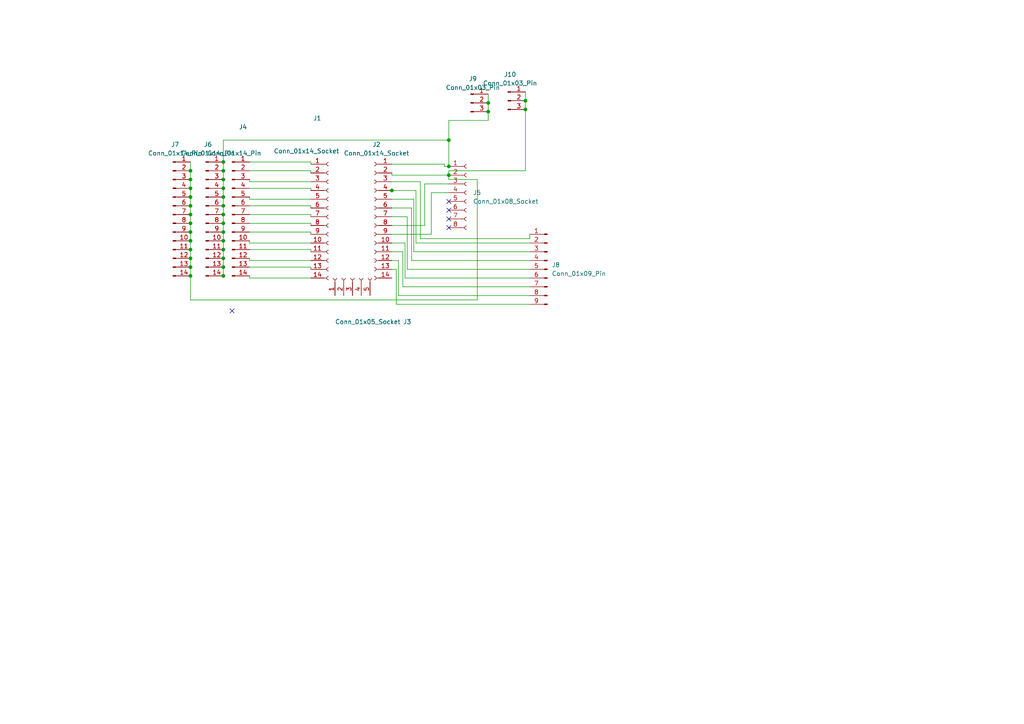
<source format=kicad_sch>
(kicad_sch (version 20250114) (generator "eeschema") (generator_version "9.0")
  (paper "A4")
  (lib_symbols
    (symbol "Connector:Conn_01x03_Pin" (pin_names (offset 1.016) (hide yes))
      (property "Reference" "J" (at 0 5.08 0))
      (property "Value" "Conn_01x03_Pin" (at 0 -5.08 0))
      (symbol "Conn_01x03_Pin_1_1"
        (rectangle (start 0.8636 2.667) (end 0 2.413) (stroke (width 0.1524)) (fill (type outline)))
        (rectangle (start 0.8636 0.127) (end 0 -0.127) (stroke (width 0.1524)) (fill (type outline)))
        (rectangle (start 0.8636 -2.413) (end 0 -2.667) (stroke (width 0.1524)) (fill (type outline)))
        (polyline (pts (xy 1.27 2.54) (xy 0.8636 2.54)) (stroke (width 0.1524)))
        (polyline (pts (xy 1.27 0) (xy 0.8636 0)) (stroke (width 0.1524)))
        (polyline (pts (xy 1.27 -2.54) (xy 0.8636 -2.54)) (stroke (width 0.1524)))
        (pin passive line (at 5.08 2.54 180) (length 3.81) (name "Pin_1") (number "1"))
        (pin passive line (at 5.08 0 180) (length 3.81) (name "Pin_2") (number "2"))
        (pin passive line (at 5.08 -2.54 180) (length 3.81) (name "Pin_3") (number "3"))
      )
    )
    (symbol "Connector:Conn_01x05_Socket" (pin_names (offset 1.016) (hide yes))
      (property "Reference" "J" (at 0 7.62 0))
      (property "Value" "Conn_01x05_Socket" (at 0 -7.62 0))
      (symbol "Conn_01x05_Socket_1_1"
        (polyline (pts (xy -1.27 5.08) (xy -0.508 5.08)) (stroke (width 0.1524)))
        (polyline (pts (xy -1.27 2.54) (xy -0.508 2.54)) (stroke (width 0.1524)))
        (polyline (pts (xy -1.27 0) (xy -0.508 0)) (stroke (width 0.1524)))
        (polyline (pts (xy -1.27 -2.54) (xy -0.508 -2.54)) (stroke (width 0.1524)))
        (polyline (pts (xy -1.27 -5.08) (xy -0.508 -5.08)) (stroke (width 0.1524)))
        (arc (start 0 4.572) (mid -0.5058 5.08) (end 0 5.588) (stroke (width 0.1524)))
        (arc (start 0 2.032) (mid -0.5058 2.54) (end 0 3.048) (stroke (width 0.1524)))
        (arc (start 0 -0.508) (mid -0.5058 0) (end 0 0.508) (stroke (width 0.1524)))
        (arc (start 0 -3.048) (mid -0.5058 -2.54) (end 0 -2.032) (stroke (width 0.1524)))
        (arc (start 0 -5.588) (mid -0.5058 -5.08) (end 0 -4.572) (stroke (width 0.1524)))
        (pin passive line (at -5.08 5.08 0) (length 3.81) (name "Pin_1") (number "1"))
        (pin passive line (at -5.08 2.54 0) (length 3.81) (name "Pin_2") (number "2"))
        (pin passive line (at -5.08 0 0) (length 3.81) (name "Pin_3") (number "3"))
        (pin passive line (at -5.08 -2.54 0) (length 3.81) (name "Pin_4") (number "4"))
        (pin passive line (at -5.08 -5.08 0) (length 3.81) (name "Pin_5") (number "5"))
      )
    )
    (symbol "Connector:Conn_01x08_Socket" (pin_names (offset 1.016) (hide yes))
      (property "Reference" "J" (at 0 10.16 0))
      (property "Value" "Conn_01x08_Socket" (at 0 -12.7 0))
      (symbol "Conn_01x08_Socket_1_1"
        (polyline (pts (xy -1.27 7.62) (xy -0.508 7.62)) (stroke (width 0.1524)))
        (polyline (pts (xy -1.27 5.08) (xy -0.508 5.08)) (stroke (width 0.1524)))
        (polyline (pts (xy -1.27 2.54) (xy -0.508 2.54)) (stroke (width 0.1524)))
        (polyline (pts (xy -1.27 0) (xy -0.508 0)) (stroke (width 0.1524)))
        (polyline (pts (xy -1.27 -2.54) (xy -0.508 -2.54)) (stroke (width 0.1524)))
        (polyline (pts (xy -1.27 -5.08) (xy -0.508 -5.08)) (stroke (width 0.1524)))
        (polyline (pts (xy -1.27 -7.62) (xy -0.508 -7.62)) (stroke (width 0.1524)))
        (polyline (pts (xy -1.27 -10.16) (xy -0.508 -10.16)) (stroke (width 0.1524)))
        (arc (start 0 7.112) (mid -0.5058 7.62) (end 0 8.128) (stroke (width 0.1524)))
        (arc (start 0 4.572) (mid -0.5058 5.08) (end 0 5.588) (stroke (width 0.1524)))
        (arc (start 0 2.032) (mid -0.5058 2.54) (end 0 3.048) (stroke (width 0.1524)))
        (arc (start 0 -0.508) (mid -0.5058 0) (end 0 0.508) (stroke (width 0.1524)))
        (arc (start 0 -3.048) (mid -0.5058 -2.54) (end 0 -2.032) (stroke (width 0.1524)))
        (arc (start 0 -5.588) (mid -0.5058 -5.08) (end 0 -4.572) (stroke (width 0.1524)))
        (arc (start 0 -8.128) (mid -0.5058 -7.62) (end 0 -7.112) (stroke (width 0.1524)))
        (arc (start 0 -10.668) (mid -0.5058 -10.16) (end 0 -9.652) (stroke (width 0.1524)))
        (pin passive line (at -5.08 7.62 0) (length 3.81) (name "Pin_1") (number "1"))
        (pin passive line (at -5.08 5.08 0) (length 3.81) (name "Pin_2") (number "2"))
        (pin passive line (at -5.08 2.54 0) (length 3.81) (name "Pin_3") (number "3"))
        (pin passive line (at -5.08 0 0) (length 3.81) (name "Pin_4") (number "4"))
        (pin passive line (at -5.08 -2.54 0) (length 3.81) (name "Pin_5") (number "5"))
        (pin passive line (at -5.08 -5.08 0) (length 3.81) (name "Pin_6") (number "6"))
        (pin passive line (at -5.08 -7.62 0) (length 3.81) (name "Pin_7") (number "7"))
        (pin passive line (at -5.08 -10.16 0) (length 3.81) (name "Pin_8") (number "8"))
      )
    )
    (symbol "Connector:Conn_01x09_Pin" (pin_names (offset 1.016) (hide yes))
      (property "Reference" "J" (at 0 12.7 0))
      (property "Value" "Conn_01x09_Pin" (at 0 -12.7 0))
      (symbol "Conn_01x09_Pin_1_1"
        (rectangle (start 0.8636 10.287) (end 0 10.033) (stroke (width 0.1524)) (fill (type outline)))
        (rectangle (start 0.8636 7.747) (end 0 7.493) (stroke (width 0.1524)) (fill (type outline)))
        (rectangle (start 0.8636 5.207) (end 0 4.953) (stroke (width 0.1524)) (fill (type outline)))
        (rectangle (start 0.8636 2.667) (end 0 2.413) (stroke (width 0.1524)) (fill (type outline)))
        (rectangle (start 0.8636 0.127) (end 0 -0.127) (stroke (width 0.1524)) (fill (type outline)))
        (rectangle (start 0.8636 -2.413) (end 0 -2.667) (stroke (width 0.1524)) (fill (type outline)))
        (rectangle (start 0.8636 -4.953) (end 0 -5.207) (stroke (width 0.1524)) (fill (type outline)))
        (rectangle (start 0.8636 -7.493) (end 0 -7.747) (stroke (width 0.1524)) (fill (type outline)))
        (rectangle (start 0.8636 -10.033) (end 0 -10.287) (stroke (width 0.1524)) (fill (type outline)))
        (polyline (pts (xy 1.27 10.16) (xy 0.8636 10.16)) (stroke (width 0.1524)))
        (polyline (pts (xy 1.27 7.62) (xy 0.8636 7.62)) (stroke (width 0.1524)))
        (polyline (pts (xy 1.27 5.08) (xy 0.8636 5.08)) (stroke (width 0.1524)))
        (polyline (pts (xy 1.27 2.54) (xy 0.8636 2.54)) (stroke (width 0.1524)))
        (polyline (pts (xy 1.27 0) (xy 0.8636 0)) (stroke (width 0.1524)))
        (polyline (pts (xy 1.27 -2.54) (xy 0.8636 -2.54)) (stroke (width 0.1524)))
        (polyline (pts (xy 1.27 -5.08) (xy 0.8636 -5.08)) (stroke (width 0.1524)))
        (polyline (pts (xy 1.27 -7.62) (xy 0.8636 -7.62)) (stroke (width 0.1524)))
        (polyline (pts (xy 1.27 -10.16) (xy 0.8636 -10.16)) (stroke (width 0.1524)))
        (pin passive line (at 5.08 10.16 180) (length 3.81) (name "Pin_1") (number "1"))
        (pin passive line (at 5.08 7.62 180) (length 3.81) (name "Pin_2") (number "2"))
        (pin passive line (at 5.08 5.08 180) (length 3.81) (name "Pin_3") (number "3"))
        (pin passive line (at 5.08 2.54 180) (length 3.81) (name "Pin_4") (number "4"))
        (pin passive line (at 5.08 0 180) (length 3.81) (name "Pin_5") (number "5"))
        (pin passive line (at 5.08 -2.54 180) (length 3.81) (name "Pin_6") (number "6"))
        (pin passive line (at 5.08 -5.08 180) (length 3.81) (name "Pin_7") (number "7"))
        (pin passive line (at 5.08 -7.62 180) (length 3.81) (name "Pin_8") (number "8"))
        (pin passive line (at 5.08 -10.16 180) (length 3.81) (name "Pin_9") (number "9"))
      )
    )
    (symbol "Connector:Conn_01x14_Pin" (pin_names (offset 1.016) (hide yes))
      (property "Reference" "J" (at 0 17.78 0))
      (property "Value" "Conn_01x14_Pin" (at 0 -20.32 0))
      (symbol "Conn_01x14_Pin_1_1"
        (rectangle (start 0.8636 15.367) (end 0 15.113) (stroke (width 0.1524)) (fill (type outline)))
        (rectangle (start 0.8636 12.827) (end 0 12.573) (stroke (width 0.1524)) (fill (type outline)))
        (rectangle (start 0.8636 10.287) (end 0 10.033) (stroke (width 0.1524)) (fill (type outline)))
        (rectangle (start 0.8636 7.747) (end 0 7.493) (stroke (width 0.1524)) (fill (type outline)))
        (rectangle (start 0.8636 5.207) (end 0 4.953) (stroke (width 0.1524)) (fill (type outline)))
        (rectangle (start 0.8636 2.667) (end 0 2.413) (stroke (width 0.1524)) (fill (type outline)))
        (rectangle (start 0.8636 0.127) (end 0 -0.127) (stroke (width 0.1524)) (fill (type outline)))
        (rectangle (start 0.8636 -2.413) (end 0 -2.667) (stroke (width 0.1524)) (fill (type outline)))
        (rectangle (start 0.8636 -4.953) (end 0 -5.207) (stroke (width 0.1524)) (fill (type outline)))
        (rectangle (start 0.8636 -7.493) (end 0 -7.747) (stroke (width 0.1524)) (fill (type outline)))
        (rectangle (start 0.8636 -10.033) (end 0 -10.287) (stroke (width 0.1524)) (fill (type outline)))
        (rectangle (start 0.8636 -12.573) (end 0 -12.827) (stroke (width 0.1524)) (fill (type outline)))
        (rectangle (start 0.8636 -15.113) (end 0 -15.367) (stroke (width 0.1524)) (fill (type outline)))
        (rectangle (start 0.8636 -17.653) (end 0 -17.907) (stroke (width 0.1524)) (fill (type outline)))
        (polyline (pts (xy 1.27 15.24) (xy 0.8636 15.24)) (stroke (width 0.1524)))
        (polyline (pts (xy 1.27 12.7) (xy 0.8636 12.7)) (stroke (width 0.1524)))
        (polyline (pts (xy 1.27 10.16) (xy 0.8636 10.16)) (stroke (width 0.1524)))
        (polyline (pts (xy 1.27 7.62) (xy 0.8636 7.62)) (stroke (width 0.1524)))
        (polyline (pts (xy 1.27 5.08) (xy 0.8636 5.08)) (stroke (width 0.1524)))
        (polyline (pts (xy 1.27 2.54) (xy 0.8636 2.54)) (stroke (width 0.1524)))
        (polyline (pts (xy 1.27 0) (xy 0.8636 0)) (stroke (width 0.1524)))
        (polyline (pts (xy 1.27 -2.54) (xy 0.8636 -2.54)) (stroke (width 0.1524)))
        (polyline (pts (xy 1.27 -5.08) (xy 0.8636 -5.08)) (stroke (width 0.1524)))
        (polyline (pts (xy 1.27 -7.62) (xy 0.8636 -7.62)) (stroke (width 0.1524)))
        (polyline (pts (xy 1.27 -10.16) (xy 0.8636 -10.16)) (stroke (width 0.1524)))
        (polyline (pts (xy 1.27 -12.7) (xy 0.8636 -12.7)) (stroke (width 0.1524)))
        (polyline (pts (xy 1.27 -15.24) (xy 0.8636 -15.24)) (stroke (width 0.1524)))
        (polyline (pts (xy 1.27 -17.78) (xy 0.8636 -17.78)) (stroke (width 0.1524)))
        (pin passive line (at 5.08 15.24 180) (length 3.81) (name "Pin_1") (number "1"))
        (pin passive line (at 5.08 12.7 180) (length 3.81) (name "Pin_2") (number "2"))
        (pin passive line (at 5.08 10.16 180) (length 3.81) (name "Pin_3") (number "3"))
        (pin passive line (at 5.08 7.62 180) (length 3.81) (name "Pin_4") (number "4"))
        (pin passive line (at 5.08 5.08 180) (length 3.81) (name "Pin_5") (number "5"))
        (pin passive line (at 5.08 2.54 180) (length 3.81) (name "Pin_6") (number "6"))
        (pin passive line (at 5.08 0 180) (length 3.81) (name "Pin_7") (number "7"))
        (pin passive line (at 5.08 -2.54 180) (length 3.81) (name "Pin_8") (number "8"))
        (pin passive line (at 5.08 -5.08 180) (length 3.81) (name "Pin_9") (number "9"))
        (pin passive line (at 5.08 -7.62 180) (length 3.81) (name "Pin_10") (number "10"))
        (pin passive line (at 5.08 -10.16 180) (length 3.81) (name "Pin_11") (number "11"))
        (pin passive line (at 5.08 -12.7 180) (length 3.81) (name "Pin_12") (number "12"))
        (pin passive line (at 5.08 -15.24 180) (length 3.81) (name "Pin_13") (number "13"))
        (pin passive line (at 5.08 -17.78 180) (length 3.81) (name "Pin_14") (number "14"))
      )
    )
    (symbol "Connector:Conn_01x14_Socket" (pin_names (offset 1.016) (hide yes))
      (property "Reference" "J" (at 0 17.78 0))
      (property "Value" "Conn_01x14_Socket" (at 0 -20.32 0))
      (symbol "Conn_01x14_Socket_1_1"
        (polyline (pts (xy -1.27 15.24) (xy -0.508 15.24)) (stroke (width 0.1524)))
        (polyline (pts (xy -1.27 12.7) (xy -0.508 12.7)) (stroke (width 0.1524)))
        (polyline (pts (xy -1.27 10.16) (xy -0.508 10.16)) (stroke (width 0.1524)))
        (polyline (pts (xy -1.27 7.62) (xy -0.508 7.62)) (stroke (width 0.1524)))
        (polyline (pts (xy -1.27 5.08) (xy -0.508 5.08)) (stroke (width 0.1524)))
        (polyline (pts (xy -1.27 2.54) (xy -0.508 2.54)) (stroke (width 0.1524)))
        (polyline (pts (xy -1.27 0) (xy -0.508 0)) (stroke (width 0.1524)))
        (polyline (pts (xy -1.27 -2.54) (xy -0.508 -2.54)) (stroke (width 0.1524)))
        (polyline (pts (xy -1.27 -5.08) (xy -0.508 -5.08)) (stroke (width 0.1524)))
        (polyline (pts (xy -1.27 -7.62) (xy -0.508 -7.62)) (stroke (width 0.1524)))
        (polyline (pts (xy -1.27 -10.16) (xy -0.508 -10.16)) (stroke (width 0.1524)))
        (polyline (pts (xy -1.27 -12.7) (xy -0.508 -12.7)) (stroke (width 0.1524)))
        (polyline (pts (xy -1.27 -15.24) (xy -0.508 -15.24)) (stroke (width 0.1524)))
        (polyline (pts (xy -1.27 -17.78) (xy -0.508 -17.78)) (stroke (width 0.1524)))
        (arc (start 0 14.732) (mid -0.5058 15.24) (end 0 15.748) (stroke (width 0.1524)))
        (arc (start 0 12.192) (mid -0.5058 12.7) (end 0 13.208) (stroke (width 0.1524)))
        (arc (start 0 9.652) (mid -0.5058 10.16) (end 0 10.668) (stroke (width 0.1524)))
        (arc (start 0 7.112) (mid -0.5058 7.62) (end 0 8.128) (stroke (width 0.1524)))
        (arc (start 0 4.572) (mid -0.5058 5.08) (end 0 5.588) (stroke (width 0.1524)))
        (arc (start 0 2.032) (mid -0.5058 2.54) (end 0 3.048) (stroke (width 0.1524)))
        (arc (start 0 -0.508) (mid -0.5058 0) (end 0 0.508) (stroke (width 0.1524)))
        (arc (start 0 -3.048) (mid -0.5058 -2.54) (end 0 -2.032) (stroke (width 0.1524)))
        (arc (start 0 -5.588) (mid -0.5058 -5.08) (end 0 -4.572) (stroke (width 0.1524)))
        (arc (start 0 -8.128) (mid -0.5058 -7.62) (end 0 -7.112) (stroke (width 0.1524)))
        (arc (start 0 -10.668) (mid -0.5058 -10.16) (end 0 -9.652) (stroke (width 0.1524)))
        (arc (start 0 -13.208) (mid -0.5058 -12.7) (end 0 -12.192) (stroke (width 0.1524)))
        (arc (start 0 -15.748) (mid -0.5058 -15.24) (end 0 -14.732) (stroke (width 0.1524)))
        (arc (start 0 -18.288) (mid -0.5058 -17.78) (end 0 -17.272) (stroke (width 0.1524)))
        (pin passive line (at -5.08 15.24 0) (length 3.81) (name "Pin_1") (number "1"))
        (pin passive line (at -5.08 12.7 0) (length 3.81) (name "Pin_2") (number "2"))
        (pin passive line (at -5.08 10.16 0) (length 3.81) (name "Pin_3") (number "3"))
        (pin passive line (at -5.08 7.62 0) (length 3.81) (name "Pin_4") (number "4"))
        (pin passive line (at -5.08 5.08 0) (length 3.81) (name "Pin_5") (number "5"))
        (pin passive line (at -5.08 2.54 0) (length 3.81) (name "Pin_6") (number "6"))
        (pin passive line (at -5.08 0 0) (length 3.81) (name "Pin_7") (number "7"))
        (pin passive line (at -5.08 -2.54 0) (length 3.81) (name "Pin_8") (number "8"))
        (pin passive line (at -5.08 -5.08 0) (length 3.81) (name "Pin_9") (number "9"))
        (pin passive line (at -5.08 -7.62 0) (length 3.81) (name "Pin_10") (number "10"))
        (pin passive line (at -5.08 -10.16 0) (length 3.81) (name "Pin_11") (number "11"))
        (pin passive line (at -5.08 -12.7 0) (length 3.81) (name "Pin_12") (number "12"))
        (pin passive line (at -5.08 -15.24 0) (length 3.81) (name "Pin_13") (number "13"))
        (pin passive line (at -5.08 -17.78 0) (length 3.81) (name "Pin_14") (number "14"))
      )
    )
  )
  (junction (at 130.175 50.8))
  (junction (at 64.77 57.15))
  (junction (at 64.77 69.85))
  (junction (at 55.245 77.47))
  (junction (at 141.605 29.845))
  (junction (at 55.245 49.53))
  (junction (at 55.245 72.39))
  (junction (at 152.4 29.21))
  (junction (at 141.605 32.385))
  (junction (at 64.77 77.47))
  (junction (at 64.77 67.31))
  (junction (at 64.77 64.77))
  (junction (at 64.77 74.93))
  (junction (at 64.77 72.39))
  (junction (at 130.175 48.26))
  (junction (at 55.245 59.69))
  (junction (at 55.245 80.01))
  (junction (at 64.77 54.61))
  (junction (at 64.77 59.69))
  (junction (at 55.245 69.85))
  (junction (at 113.665 55.245))
  (junction (at 130.175 40.64))
  (junction (at 55.245 74.93))
  (junction (at 64.77 49.53))
  (junction (at 64.77 46.99))
  (junction (at 55.245 64.77))
  (junction (at 64.77 80.01))
  (junction (at 55.245 67.31))
  (junction (at 55.245 52.07))
  (junction (at 55.245 54.61))
  (junction (at 55.245 57.15))
  (junction (at 64.77 62.23))
  (junction (at 152.4 31.75))
  (junction (at 64.77 52.07))
  (junction (at 55.245 62.23))
  (no_connect (at 130.175 60.96))
  (no_connect (at 130.175 63.5))
  (no_connect (at 130.175 58.42))
  (no_connect (at 67.31 90.17))
  (no_connect (at 130.175 66.04))
  (wire (pts (xy 138.43 52.07) (xy 130.175 52.07)))
  (wire (pts (xy 152.4 29.21) (xy 152.4 26.67)))
  (wire (pts (xy 72.39 77.47) (xy 90.17 77.47)))
  (wire (pts (xy 153.67 85.725) (xy 115.57 85.725)))
  (wire (pts (xy 130.175 50.8) (xy 113.665 50.8)))
  (wire (pts (xy 72.39 59.69) (xy 90.17 59.69)))
  (wire (pts (xy 113.665 55.245) (xy 120.65 55.245)))
  (wire (pts (xy 118.11 78.105) (xy 118.11 62.865)))
  (wire (pts (xy 64.77 54.61) (xy 64.77 57.15)))
  (wire (pts (xy 55.245 86.995) (xy 138.43 86.995)))
  (wire (pts (xy 55.245 49.53) (xy 55.245 52.07)))
  (wire (pts (xy 121.92 69.215) (xy 153.67 69.215)))
  (wire (pts (xy 116.84 73.025) (xy 116.84 83.185)))
  (wire (pts (xy 64.77 69.85) (xy 64.77 72.39)))
  (wire (pts (xy 64.77 80.01) (xy 64.77 80.645)))
  (wire (pts (xy 121.92 52.705) (xy 121.92 69.215)))
  (wire (pts (xy 120.65 70.485) (xy 120.65 55.245)))
  (wire (pts (xy 90.17 72.39) (xy 90.17 73.025)))
  (wire (pts (xy 125.095 67.945) (xy 125.095 55.88)))
  (wire (pts (xy 130.175 50.8) (xy 130.175 52.07)))
  (wire (pts (xy 117.475 80.645) (xy 117.475 70.485)))
  (wire (pts (xy 90.17 67.31) (xy 90.17 67.945)))
  (wire (pts (xy 55.245 74.93) (xy 55.245 77.47)))
  (wire (pts (xy 90.17 70.485) (xy 72.39 70.485)))
  (wire (pts (xy 55.245 80.01) (xy 55.245 86.995)))
  (wire (pts (xy 130.175 40.64) (xy 130.175 48.26)))
  (wire (pts (xy 55.245 77.47) (xy 55.245 80.01)))
  (wire (pts (xy 90.17 57.785) (xy 72.39 57.785)))
  (wire (pts (xy 119.38 60.325) (xy 119.38 75.565)))
  (wire (pts (xy 64.77 40.64) (xy 64.77 46.99)))
  (wire (pts (xy 128.905 48.26) (xy 130.175 48.26)))
  (wire (pts (xy 113.665 65.405) (xy 123.19 65.405)))
  (wire (pts (xy 113.665 60.325) (xy 119.38 60.325)))
  (wire (pts (xy 55.245 54.61) (xy 55.245 57.15)))
  (wire (pts (xy 64.77 52.07) (xy 64.77 54.61)))
  (wire (pts (xy 55.245 69.85) (xy 55.245 72.39)))
  (wire (pts (xy 119.38 75.565) (xy 153.67 75.565)))
  (wire (pts (xy 113.665 78.105) (xy 114.935 78.105)))
  (wire (pts (xy 90.17 80.645) (xy 72.39 80.645)))
  (wire (pts (xy 72.39 72.39) (xy 90.17 72.39)))
  (wire (pts (xy 113.665 47.625) (xy 128.905 47.625)))
  (wire (pts (xy 152.4 49.53) (xy 152.4 31.75)))
  (wire (pts (xy 90.17 62.23) (xy 90.17 62.865)))
  (wire (pts (xy 55.245 52.07) (xy 55.245 54.61)))
  (wire (pts (xy 90.17 54.61) (xy 90.17 55.245)))
  (wire (pts (xy 72.39 70.485) (xy 72.39 69.85)))
  (wire (pts (xy 113.665 57.785) (xy 120.015 57.785)))
  (wire (pts (xy 141.605 29.845) (xy 141.605 27.305)))
  (wire (pts (xy 64.77 74.93) (xy 64.77 77.47)))
  (wire (pts (xy 153.67 69.215) (xy 153.67 67.945)))
  (wire (pts (xy 113.03 55.245) (xy 113.665 55.245)))
  (wire (pts (xy 64.77 49.53) (xy 64.77 52.07)))
  (wire (pts (xy 72.39 64.77) (xy 90.17 64.77)))
  (wire (pts (xy 72.39 52.705) (xy 72.39 52.07)))
  (wire (pts (xy 90.17 46.99) (xy 90.17 47.625)))
  (wire (pts (xy 141.605 34.925) (xy 141.605 32.385)))
  (wire (pts (xy 120.015 73.025) (xy 153.67 73.025)))
  (wire (pts (xy 113.665 67.945) (xy 125.095 67.945)))
  (wire (pts (xy 72.39 74.93) (xy 72.39 75.565)))
  (wire (pts (xy 72.39 67.31) (xy 90.17 67.31)))
  (wire (pts (xy 64.77 77.47) (xy 64.77 80.01)))
  (wire (pts (xy 64.77 57.15) (xy 64.77 59.69)))
  (wire (pts (xy 72.39 49.53) (xy 90.17 49.53)))
  (wire (pts (xy 72.39 46.99) (xy 90.17 46.99)))
  (wire (pts (xy 141.605 32.385) (xy 141.605 29.845)))
  (wire (pts (xy 55.245 72.39) (xy 55.245 74.93)))
  (wire (pts (xy 130.175 49.53) (xy 152.4 49.53)))
  (wire (pts (xy 114.935 78.105) (xy 114.935 88.265)))
  (wire (pts (xy 123.19 53.34) (xy 130.175 53.34)))
  (wire (pts (xy 130.175 50.8) (xy 130.175 49.53)))
  (wire (pts (xy 90.17 64.77) (xy 90.17 65.405)))
  (wire (pts (xy 118.11 78.105) (xy 153.67 78.105)))
  (wire (pts (xy 55.245 62.23) (xy 55.245 64.77)))
  (wire (pts (xy 152.4 31.75) (xy 152.4 29.21)))
  (wire (pts (xy 120.015 57.785) (xy 120.015 73.025)))
  (wire (pts (xy 138.43 86.995) (xy 138.43 52.07)))
  (wire (pts (xy 115.57 75.565) (xy 113.665 75.565)))
  (wire (pts (xy 72.39 57.785) (xy 72.39 57.15)))
  (wire (pts (xy 114.935 88.265) (xy 153.67 88.265)))
  (wire (pts (xy 72.39 62.23) (xy 90.17 62.23)))
  (wire (pts (xy 72.39 80.645) (xy 72.39 80.01)))
  (wire (pts (xy 90.17 49.53) (xy 90.17 50.165)))
  (wire (pts (xy 113.665 50.8) (xy 113.665 50.165)))
  (wire (pts (xy 130.175 40.64) (xy 64.77 40.64)))
  (wire (pts (xy 64.77 72.39) (xy 64.77 74.93)))
  (wire (pts (xy 90.17 77.47) (xy 90.17 78.105)))
  (wire (pts (xy 153.67 70.485) (xy 120.65 70.485)))
  (wire (pts (xy 64.77 46.99) (xy 64.77 49.53)))
  (wire (pts (xy 55.245 59.69) (xy 55.245 62.23)))
  (wire (pts (xy 130.175 34.925) (xy 130.175 40.64)))
  (wire (pts (xy 128.905 47.625) (xy 128.905 48.26)))
  (wire (pts (xy 72.39 54.61) (xy 90.17 54.61)))
  (wire (pts (xy 55.245 46.99) (xy 55.245 49.53)))
  (wire (pts (xy 64.77 67.31) (xy 64.77 69.85)))
  (wire (pts (xy 64.77 64.77) (xy 64.77 67.31)))
  (wire (pts (xy 116.84 83.185) (xy 153.67 83.185)))
  (wire (pts (xy 115.57 85.725) (xy 115.57 75.565)))
  (wire (pts (xy 118.11 62.865) (xy 113.665 62.865)))
  (wire (pts (xy 90.17 75.565) (xy 72.39 75.565)))
  (wire (pts (xy 125.095 55.88) (xy 130.175 55.88)))
  (wire (pts (xy 113.665 73.025) (xy 116.84 73.025)))
  (wire (pts (xy 130.175 34.925) (xy 141.605 34.925)))
  (wire (pts (xy 90.17 59.69) (xy 90.17 60.325)))
  (wire (pts (xy 113.665 52.705) (xy 121.92 52.705)))
  (wire (pts (xy 55.245 67.31) (xy 55.245 69.85)))
  (wire (pts (xy 123.19 65.405) (xy 123.19 53.34)))
  (wire (pts (xy 90.17 52.705) (xy 72.39 52.705)))
  (wire (pts (xy 113.665 70.485) (xy 117.475 70.485)))
  (wire (pts (xy 55.245 57.15) (xy 55.245 59.69)))
  (wire (pts (xy 64.77 59.69) (xy 64.77 62.23)))
  (wire (pts (xy 55.245 64.77) (xy 55.245 67.31)))
  (wire (pts (xy 64.77 62.23) (xy 64.77 64.77)))
  (wire (pts (xy 153.67 80.645) (xy 117.475 80.645)))
  (symbol (lib_id "Connector:Conn_01x14_Pin") (at 59.69 62.23 0) (unit 1)
    (property "Reference" "J6" (at 60.325 41.91 0))
    (property "Value" "Conn_01x14_Pin" (at 60.325 44.45 0))
    (property "Footprint" "Connector_PinHeader_2.54mm:PinHeader_1x14_P2.54mm_Vertical" (effects (hide yes)))
    (property "Description" "Generic connector, single row, 01x14, script generated" (effects (hide yes)))
  )
  (symbol (lib_id "Connector:Conn_01x03_Pin") (at 147.32 29.21 0) (unit 1)
    (property "Reference" "J10" (at 147.955 21.59 0))
    (property "Value" "Conn_01x03_Pin" (at 147.955 24.13 0))
    (property "Footprint" "Connector_PinHeader_2.54mm:PinHeader_1x03_P2.54mm_Vertical" (effects (hide yes)))
    (property "Description" "Generic connector, single row, 01x03, script generated" (effects (hide yes)))
  )
  (symbol (lib_id "Connector:Conn_01x08_Socket") (at 135.255 55.88 0) (unit 1)
    (property "Reference" "J5" (at 137.16 55.8799 0) (effects (justify left)))
    (property "Value" "Conn_01x08_Socket" (at 137.16 58.4199 0) (effects (justify left)))
    (property "Footprint" "Connector_PinSocket_2.54mm:PinSocket_1x08_P2.54mm_Vertical" (effects (hide yes)))
    (property "Description" "Generic connector, single row, 01x08, script generated" (effects (hide yes)))
  )
  (symbol (lib_id "Connector:Conn_01x05_Socket") (at 102.235 80.645 90) (unit 1)
    (property "Reference" "J3" (at 118.11 93.345 90))
    (property "Value" "Conn_01x05_Socket" (at 106.68 93.345 90))
    (property "Footprint" "Connector_PinSocket_2.54mm:PinSocket_1x05_P2.54mm_Vertical" (effects (hide yes)))
    (property "Description" "Generic connector, single row, 01x05, script generated" (effects (hide yes)))
  )
  (symbol (lib_id "Connector:Conn_01x03_Pin") (at 136.525 29.845 0) (unit 1)
    (property "Reference" "J9" (at 137.16 22.86 0))
    (property "Value" "Conn_01x03_Pin" (at 137.16 25.4 0))
    (property "Footprint" "Connector_PinHeader_2.54mm:PinHeader_1x03_P2.54mm_Vertical" (effects (hide yes)))
    (property "Description" "Generic connector, single row, 01x03, script generated" (effects (hide yes)))
  )
  (symbol (lib_id "Connector:Conn_01x14_Socket") (at 108.585 62.865 0) (mirror y) (unit 1)
    (property "Reference" "J2" (at 109.22 41.91 0))
    (property "Value" "Conn_01x14_Socket" (at 109.22 44.45 0))
    (property "Footprint" "Connector_PinSocket_2.54mm:PinSocket_1x14_P2.54mm_Vertical" (effects (hide yes)))
    (property "Description" "Generic connector, single row, 01x14, script generated" (effects (hide yes)))
  )
  (symbol (lib_id "Connector:Conn_01x14_Socket") (at 95.25 62.865 0) (unit 1)
    (property "Reference" "J1" (at 90.805 34.29 0) (effects (justify left)))
    (property "Value" "Conn_01x14_Socket" (at 79.375 43.815 0) (effects (justify left)))
    (property "Footprint" "Connector_PinSocket_2.54mm:PinSocket_1x14_P2.54mm_Vertical" (effects (hide yes)))
    (property "Description" "Generic connector, single row, 01x14, script generated" (effects (hide yes)))
  )
  (symbol (lib_id "Connector:Conn_01x09_Pin") (at 158.75 78.105 0) (mirror y) (unit 1)
    (property "Reference" "J8" (at 160.02 76.8349 0) (effects (justify right)))
    (property "Value" "Conn_01x09_Pin" (at 160.02 79.3749 0) (effects (justify right)))
    (property "Footprint" "Connector_PinHeader_2.54mm:PinHeader_1x09_P2.54mm_Vertical" (effects (hide yes)))
    (property "Description" "Generic connector, single row, 01x09, script generated" (effects (hide yes)))
  )
  (symbol (lib_id "Connector:Conn_01x14_Pin") (at 67.31 62.23 0) (unit 1)
    (property "Reference" "J4" (at 70.485 36.83 0))
    (property "Value" "Conn_01x14_Pin" (at 67.945 44.45 0))
    (property "Footprint" "Connector_PinHeader_2.54mm:PinHeader_1x14_P2.54mm_Vertical" (effects (hide yes)))
    (property "Description" "Generic connector, single row, 01x14, script generated" (effects (hide yes)))
  )
  (symbol (lib_id "Connector:Conn_01x14_Pin") (at 50.165 62.23 0) (unit 1)
    (property "Reference" "J7" (at 50.8 41.91 0))
    (property "Value" "Conn_01x14_Pin" (at 50.8 44.45 0))
    (property "Footprint" "Connector_PinHeader_2.54mm:PinHeader_1x14_P2.54mm_Vertical" (effects (hide yes)))
    (property "Description" "Generic connector, single row, 01x14, script generated" (effects (hide yes)))
  )
)
</source>
